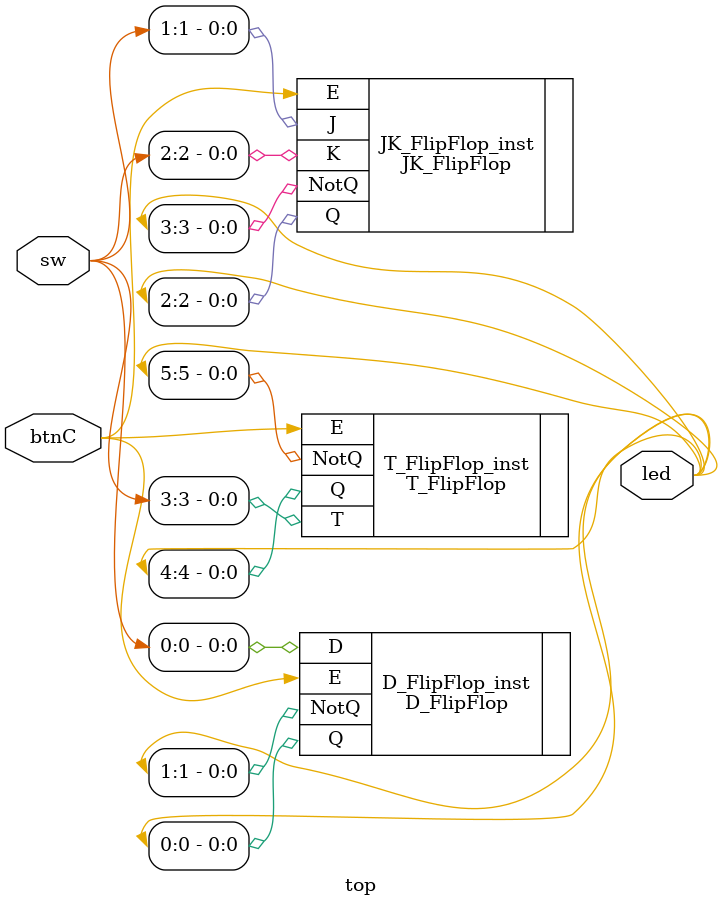
<source format=v>
module top(
        input [3:0]sw,
        input btnC,
        output [5:0]led
    );
    
    D_FlipFlop D_FlipFlop_inst(
        .D(sw[0]),
        .E(btnC),
        .Q(led[0]),
        .NotQ(led[1])
    );
    
    JK_FlipFlop JK_FlipFlop_inst(
        .J(sw[1]),
        .K(sw[2]),
        .E(btnC),
        .Q(led[2]),
        .NotQ(led[3])
    );
    
    T_FlipFlop T_FlipFlop_inst(
        .T(sw[3]),
        .E(btnC),
        .Q(led[4]),
        .NotQ(led[5])
    );
    
endmodule

</source>
